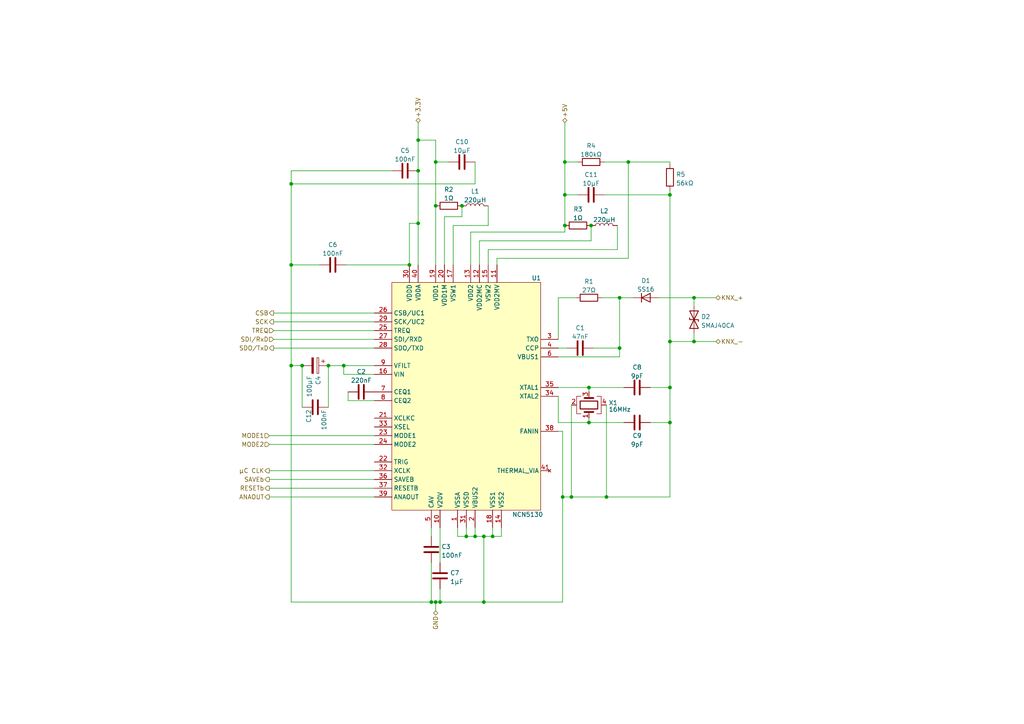
<source format=kicad_sch>
(kicad_sch (version 20211123) (generator eeschema)
  (paper "A4")
  (lib_symbols
    (symbol "Device:C" (pin_numbers hide) (pin_names (offset 0.254))
      (property "Reference" "C" (at 0.635 2.54 0))
      (property "Value" "C" (at 0.635 -2.54 0))
      (symbol "C_0_1"
        (polyline (pts (xy -2.032 -0.762) (xy 2.032 -0.762)) (stroke (width 0.508)))
        (polyline (pts (xy -2.032 0.762) (xy 2.032 0.762)) (stroke (width 0.508)))
      )
      (symbol "C_1_1"
        (pin passive line (at 0 3.81 270) (length 2.794) (name "~") (number "1"))
        (pin passive line (at 0 -3.81 90) (length 2.794) (name "~") (number "2"))
      )
    )
    (symbol "Device:C_Polarized" (pin_numbers hide) (pin_names (offset 0.254))
      (property "Reference" "C" (at 0.635 2.54 0))
      (property "Value" "C_Polarized" (at 0.635 -2.54 0))
      (symbol "C_Polarized_0_1"
        (rectangle (start -2.286 0.508) (end 2.286 1.016))
        (polyline (pts (xy -1.778 2.286) (xy -0.762 2.286)))
        (polyline (pts (xy -1.27 2.794) (xy -1.27 1.778)))
        (rectangle (start 2.286 -0.508) (end -2.286 -1.016) (fill (type outline)))
      )
      (symbol "C_Polarized_1_1"
        (pin passive line (at 0 3.81 270) (length 2.794) (name "~") (number "1"))
        (pin passive line (at 0 -3.81 90) (length 2.794) (name "~") (number "2"))
      )
    )
    (symbol "Device:Crystal_GND24" (pin_names (offset 1.016) hide)
      (property "Reference" "Y" (at 3.175 5.08 0))
      (property "Value" "Crystal_GND24" (at 3.175 3.175 0))
      (symbol "Crystal_GND24_0_1"
        (rectangle (start -1.143 2.54) (end 1.143 -2.54) (stroke (width 0.3048)))
        (polyline (pts (xy -2.54 0) (xy -2.032 0)))
        (polyline (pts (xy -2.032 -1.27) (xy -2.032 1.27)) (stroke (width 0.508)))
        (polyline (pts (xy 0 -3.81) (xy 0 -3.556)))
        (polyline (pts (xy 0 3.556) (xy 0 3.81)))
        (polyline (pts (xy 2.032 -1.27) (xy 2.032 1.27)) (stroke (width 0.508)))
        (polyline (pts (xy 2.032 0) (xy 2.54 0)))
        (polyline (pts (xy -2.54 -2.286) (xy -2.54 -3.556) (xy 2.54 -3.556) (xy 2.54 -2.286)))
        (polyline (pts (xy -2.54 2.286) (xy -2.54 3.556) (xy 2.54 3.556) (xy 2.54 2.286)))
      )
      (symbol "Crystal_GND24_1_1"
        (pin passive line (at -3.81 0 0) (length 1.27) (name "1") (number "1"))
        (pin passive line (at 0 5.08 270) (length 1.27) (name "2") (number "2"))
        (pin passive line (at 3.81 0 180) (length 1.27) (name "3") (number "3"))
        (pin passive line (at 0 -5.08 90) (length 1.27) (name "4") (number "4"))
      )
    )
    (symbol "Device:D" (pin_numbers hide) (pin_names (offset 1.016) hide)
      (property "Reference" "D" (at 0 2.54 0))
      (property "Value" "D" (at 0 -2.54 0))
      (symbol "D_0_1"
        (polyline (pts (xy -1.27 1.27) (xy -1.27 -1.27)) (stroke (width 0.254)))
        (polyline (pts (xy 1.27 0) (xy -1.27 0)))
        (polyline (pts (xy 1.27 1.27) (xy 1.27 -1.27) (xy -1.27 0) (xy 1.27 1.27)) (stroke (width 0.254)))
      )
      (symbol "D_1_1"
        (pin passive line (at -3.81 0 0) (length 2.54) (name "K") (number "1"))
        (pin passive line (at 3.81 0 180) (length 2.54) (name "A") (number "2"))
      )
    )
    (symbol "Device:D_TVS" (pin_numbers hide) (pin_names (offset 1.016) hide)
      (property "Reference" "D" (at 0 2.54 0))
      (property "Value" "D_TVS" (at 0 -2.54 0))
      (symbol "D_TVS_0_1"
        (polyline (pts (xy 1.27 0) (xy -1.27 0)))
        (polyline (pts (xy 0.508 1.27) (xy 0 1.27) (xy 0 -1.27) (xy -0.508 -1.27)) (stroke (width 0.254)))
        (polyline (pts (xy -2.54 1.27) (xy -2.54 -1.27) (xy 2.54 1.27) (xy 2.54 -1.27) (xy -2.54 1.27)) (stroke (width 0.254)))
      )
      (symbol "D_TVS_1_1"
        (pin passive line (at -3.81 0 0) (length 2.54) (name "A1") (number "1"))
        (pin passive line (at 3.81 0 180) (length 2.54) (name "A2") (number "2"))
      )
    )
    (symbol "Device:L" (pin_numbers hide) (pin_names (offset 1.016) hide)
      (property "Reference" "L" (at -1.27 0 90))
      (property "Value" "L" (at 1.905 0 90))
      (symbol "L_0_1"
        (arc (start 0 -2.54) (mid 0.635 -1.905) (end 0 -1.27))
        (arc (start 0 -1.27) (mid 0.635 -0.635) (end 0 0))
        (arc (start 0 0) (mid 0.635 0.635) (end 0 1.27))
        (arc (start 0 1.27) (mid 0.635 1.905) (end 0 2.54))
      )
      (symbol "L_1_1"
        (pin passive line (at 0 3.81 270) (length 1.27) (name "1") (number "1"))
        (pin passive line (at 0 -3.81 90) (length 1.27) (name "2") (number "2"))
      )
    )
    (symbol "Device:R" (pin_numbers hide) (pin_names (offset 0))
      (property "Reference" "R" (at 2.032 0 90))
      (property "Value" "R" (at 0 0 90))
      (symbol "R_0_1"
        (rectangle (start -1.016 -2.54) (end 1.016 2.54) (stroke (width 0.254)))
      )
      (symbol "R_1_1"
        (pin passive line (at 0 3.81 270) (length 1.27) (name "~") (number "1"))
        (pin passive line (at 0 -3.81 90) (length 1.27) (name "~") (number "2"))
      )
    )
    (symbol "Interface_KNX:NCN5121"
      (property "Reference" "U1" (at 20.32 38.1 0))
      (property "Value" "NCN5121" (at 17.78 -30.48 0))
      (symbol "NCN5121_0_1"
        (rectangle (start -21.59 36.83) (end 21.59 -29.21) (stroke (width 0.1524)) (fill (type background)))
      )
      (symbol "NCN5121_1_0"
        (pin power_in line (at -2.54 -34.29 90) (length 5.08) (name "VSSA") (number "1"))
        (pin power_in line (at -7.62 -34.29 90) (length 5.08) (name "V20V") (number "10"))
        (pin input line (at 8.89 41.91 270) (length 5.08) (name "VDD2MV") (number "11"))
        (pin input line (at 3.81 41.91 270) (length 5.08) (name "VDD2MC") (number "12"))
        (pin input line (at 1.27 41.91 270) (length 5.08) (name "VDD2") (number "13"))
        (pin power_in line (at 10.16 -34.29 90) (length 5.08) (name "VSS2") (number "14"))
        (pin output line (at 6.35 41.91 270) (length 5.08) (name "VSW2") (number "15"))
        (pin power_in line (at -26.67 10.16 0) (length 5.08) (name "VIN") (number "16"))
        (pin output line (at -3.81 41.91 270) (length 5.08) (name "VSW1") (number "17"))
        (pin power_in line (at 7.62 -34.29 90) (length 5.08) (name "VSS1") (number "18"))
        (pin input line (at -8.89 41.91 270) (length 5.08) (name "VDD1") (number "19"))
        (pin power_in line (at 2.54 -34.29 90) (length 5.08) (name "VBUS2") (number "2"))
        (pin input line (at -6.35 41.91 270) (length 5.08) (name "VDD1M") (number "20"))
        (pin input line (at -26.67 -2.54 0) (length 5.08) (name "XCLKC") (number "21"))
        (pin output line (at -26.67 -15.24 0) (length 5.08) (name "TRIG") (number "22"))
        (pin input line (at -26.67 -7.62 0) (length 5.08) (name "MODE1") (number "23"))
        (pin input line (at -26.67 -10.16 0) (length 5.08) (name "MODE2") (number "24"))
        (pin input line (at -26.67 22.86 0) (length 5.08) (name "TREQ") (number "25"))
        (pin bidirectional line (at -26.67 27.94 0) (length 5.08) (name "CSB/UC1") (number "26"))
        (pin input line (at -26.67 20.32 0) (length 5.08) (name "SDI/RXD") (number "27"))
        (pin output line (at -26.67 17.78 0) (length 5.08) (name "SDO/TXD") (number "28"))
        (pin bidirectional line (at -26.67 25.4 0) (length 5.08) (name "SCK/UC2") (number "29"))
        (pin output line (at 26.67 20.32 180) (length 5.08) (name "TXO") (number "3"))
        (pin power_in line (at -16.51 41.91 270) (length 5.08) (name "VDDD") (number "30"))
        (pin power_in line (at 0 -34.29 90) (length 5.08) (name "VSSD") (number "31"))
        (pin output line (at -26.67 -17.78 0) (length 5.08) (name "XCLK") (number "32"))
        (pin input line (at -26.67 -5.08 0) (length 5.08) (name "XSEL") (number "33"))
        (pin bidirectional line (at 26.67 3.81 180) (length 5.08) (name "XTAL2") (number "34"))
        (pin input line (at 26.67 6.35 180) (length 5.08) (name "XTAL1") (number "35"))
        (pin output line (at -26.67 -20.32 0) (length 5.08) (name "SAVEB") (number "36"))
        (pin output line (at -26.67 -22.86 0) (length 5.08) (name "RESETB") (number "37"))
        (pin input line (at 26.67 -6.35 180) (length 5.08) (name "FANIN") (number "38"))
        (pin output line (at -26.67 -25.4 0) (length 5.08) (name "ANAOUT") (number "39"))
        (pin bidirectional line (at 26.67 17.78 180) (length 5.08) (name "CCP") (number "4"))
        (pin power_in line (at -13.97 41.91 270) (length 5.08) (name "VDDA") (number "40"))
        (pin power_in line (at -10.16 -34.29 90) (length 5.08) (name "CAV") (number "5"))
        (pin power_in line (at 26.67 15.24 180) (length 5.08) (name "VBUS1") (number "6"))
        (pin bidirectional line (at -26.67 5.08 0) (length 5.08) (name "CEQ1") (number "7"))
        (pin bidirectional line (at -26.67 2.54 0) (length 5.08) (name "CEQ2") (number "8"))
        (pin power_in line (at -26.67 12.7 0) (length 5.08) (name "VFILT") (number "9"))
      )
      (symbol "NCN5121_1_1"
        (pin no_connect line (at 24.13 -17.78 180) (length 2.54) (name "THERMAL_VIA") (number "41"))
      )
    )
  )
  (junction (at 125.095 174.625))
  (junction (at 140.335 174.625))
  (junction (at 121.285 49.53))
  (junction (at 121.285 40.64))
  (junction (at 87.63 106.045))
  (junction (at 171.45 65.405))
  (junction (at 179.705 100.965))
  (junction (at 137.795 155.575))
  (junction (at 194.31 99.06))
  (junction (at 95.25 106.045))
  (junction (at 201.295 99.06))
  (junction (at 163.195 144.145))
  (junction (at 194.31 122.555))
  (junction (at 126.365 46.99))
  (junction (at 121.285 64.77))
  (junction (at 170.815 112.395))
  (junction (at 133.985 59.69))
  (junction (at 135.255 155.575))
  (junction (at 163.83 65.405))
  (junction (at 140.335 155.575))
  (junction (at 163.83 56.515))
  (junction (at 194.31 56.515))
  (junction (at 179.705 86.36))
  (junction (at 99.695 106.045))
  (junction (at 182.245 46.99))
  (junction (at 163.83 46.99))
  (junction (at 165.735 144.145))
  (junction (at 142.875 155.575))
  (junction (at 201.295 86.36))
  (junction (at 126.365 174.625))
  (junction (at 127.635 174.625))
  (junction (at 84.455 53.34))
  (junction (at 84.455 106.045))
  (junction (at 175.895 144.145))
  (junction (at 194.31 112.395))
  (junction (at 126.365 59.69))
  (junction (at 170.815 122.555))
  (junction (at 84.455 76.835))
  (junction (at 118.745 76.835))
  (wire (pts (xy 99.695 106.045) (xy 99.695 108.585)))
  (wire (pts (xy 194.31 112.395) (xy 194.31 122.555)))
  (wire (pts (xy 165.735 144.145) (xy 163.195 144.145)))
  (wire (pts (xy 127.635 174.625) (xy 126.365 174.625)))
  (wire (pts (xy 141.605 72.39) (xy 141.605 76.835)))
  (wire (pts (xy 125.095 174.625) (xy 126.365 174.625)))
  (wire (pts (xy 161.925 86.36) (xy 167.005 86.36)))
  (wire (pts (xy 136.525 76.835) (xy 136.525 67.31)))
  (wire (pts (xy 161.925 100.965) (xy 164.465 100.965)))
  (wire (pts (xy 145.415 153.035) (xy 145.415 155.575)))
  (wire (pts (xy 125.095 153.035) (xy 125.095 155.575)))
  (wire (pts (xy 183.515 86.36) (xy 179.705 86.36)))
  (wire (pts (xy 161.925 103.505) (xy 179.705 103.505)))
  (wire (pts (xy 170.815 113.665) (xy 170.815 112.395)))
  (wire (pts (xy 108.585 116.205) (xy 100.965 116.205)))
  (wire (pts (xy 179.07 72.39) (xy 141.605 72.39)))
  (wire (pts (xy 108.585 106.045) (xy 99.695 106.045)))
  (wire (pts (xy 163.83 46.99) (xy 167.64 46.99)))
  (wire (pts (xy 191.135 86.36) (xy 201.295 86.36)))
  (wire (pts (xy 140.335 155.575) (xy 142.875 155.575)))
  (wire (pts (xy 140.335 155.575) (xy 140.335 174.625)))
  (wire (pts (xy 163.83 65.405) (xy 163.83 56.515)))
  (wire (pts (xy 137.795 53.34) (xy 84.455 53.34)))
  (wire (pts (xy 126.365 177.165) (xy 126.365 174.625)))
  (wire (pts (xy 194.31 55.245) (xy 194.31 56.515)))
  (wire (pts (xy 201.295 99.06) (xy 207.645 99.06)))
  (wire (pts (xy 133.985 59.69) (xy 133.985 62.865)))
  (wire (pts (xy 78.105 136.525) (xy 108.585 136.525)))
  (wire (pts (xy 84.455 174.625) (xy 125.095 174.625)))
  (wire (pts (xy 84.455 49.53) (xy 84.455 53.34)))
  (wire (pts (xy 142.875 153.035) (xy 142.875 155.575)))
  (wire (pts (xy 182.245 74.93) (xy 144.145 74.93)))
  (wire (pts (xy 126.365 46.99) (xy 126.365 40.64)))
  (wire (pts (xy 171.45 69.85) (xy 139.065 69.85)))
  (wire (pts (xy 163.195 144.145) (xy 163.195 174.625)))
  (wire (pts (xy 95.25 106.045) (xy 95.25 118.11)))
  (wire (pts (xy 127.635 153.035) (xy 127.635 163.195)))
  (wire (pts (xy 170.815 122.555) (xy 180.975 122.555)))
  (wire (pts (xy 175.26 56.515) (xy 194.31 56.515)))
  (wire (pts (xy 113.665 49.53) (xy 84.455 49.53)))
  (wire (pts (xy 175.895 144.145) (xy 165.735 144.145)))
  (wire (pts (xy 139.065 69.85) (xy 139.065 76.835)))
  (wire (pts (xy 100.33 76.835) (xy 118.745 76.835)))
  (wire (pts (xy 179.705 100.965) (xy 179.705 103.505)))
  (wire (pts (xy 79.375 90.805) (xy 108.585 90.805)))
  (wire (pts (xy 137.795 153.035) (xy 137.795 155.575)))
  (wire (pts (xy 78.105 144.145) (xy 108.585 144.145)))
  (wire (pts (xy 201.295 86.36) (xy 207.645 86.36)))
  (wire (pts (xy 201.295 86.36) (xy 201.295 88.9)))
  (wire (pts (xy 128.905 62.865) (xy 128.905 76.835)))
  (wire (pts (xy 179.07 65.405) (xy 179.07 72.39)))
  (wire (pts (xy 163.83 35.56) (xy 163.83 46.99)))
  (wire (pts (xy 171.45 65.405) (xy 171.45 69.85)))
  (wire (pts (xy 194.31 46.99) (xy 194.31 47.625)))
  (wire (pts (xy 163.195 125.095) (xy 161.925 125.095)))
  (wire (pts (xy 84.455 76.835) (xy 84.455 106.045)))
  (wire (pts (xy 121.285 64.77) (xy 121.285 76.835)))
  (wire (pts (xy 99.695 108.585) (xy 108.585 108.585)))
  (wire (pts (xy 79.375 100.965) (xy 108.585 100.965)))
  (wire (pts (xy 194.31 99.06) (xy 201.295 99.06)))
  (wire (pts (xy 194.31 122.555) (xy 194.31 144.145)))
  (wire (pts (xy 175.895 117.475) (xy 175.895 144.145)))
  (wire (pts (xy 84.455 106.045) (xy 84.455 174.625)))
  (wire (pts (xy 188.595 122.555) (xy 194.31 122.555)))
  (wire (pts (xy 126.365 40.64) (xy 121.285 40.64)))
  (wire (pts (xy 163.195 174.625) (xy 140.335 174.625)))
  (wire (pts (xy 118.745 76.835) (xy 118.745 64.77)))
  (wire (pts (xy 84.455 106.045) (xy 87.63 106.045)))
  (wire (pts (xy 95.25 106.045) (xy 99.695 106.045)))
  (wire (pts (xy 121.285 40.64) (xy 121.285 49.53)))
  (wire (pts (xy 201.295 96.52) (xy 201.295 99.06)))
  (wire (pts (xy 133.985 62.865) (xy 128.905 62.865)))
  (wire (pts (xy 194.31 99.06) (xy 194.31 112.395)))
  (wire (pts (xy 79.375 93.345) (xy 108.585 93.345)))
  (wire (pts (xy 194.31 144.145) (xy 175.895 144.145)))
  (wire (pts (xy 79.375 95.885) (xy 108.585 95.885)))
  (wire (pts (xy 170.815 122.555) (xy 170.815 121.285)))
  (wire (pts (xy 78.105 128.905) (xy 108.585 128.905)))
  (wire (pts (xy 78.105 139.065) (xy 108.585 139.065)))
  (wire (pts (xy 140.335 174.625) (xy 127.635 174.625)))
  (wire (pts (xy 144.145 74.93) (xy 144.145 76.835)))
  (wire (pts (xy 100.965 116.205) (xy 100.965 113.665)))
  (wire (pts (xy 163.83 56.515) (xy 167.64 56.515)))
  (wire (pts (xy 126.365 46.99) (xy 130.175 46.99)))
  (wire (pts (xy 84.455 53.34) (xy 84.455 76.835)))
  (wire (pts (xy 163.83 56.515) (xy 163.83 46.99)))
  (wire (pts (xy 137.795 46.99) (xy 137.795 53.34)))
  (wire (pts (xy 165.735 117.475) (xy 165.735 144.145)))
  (wire (pts (xy 161.925 86.36) (xy 161.925 98.425)))
  (wire (pts (xy 140.335 155.575) (xy 137.795 155.575)))
  (wire (pts (xy 137.795 155.575) (xy 135.255 155.575)))
  (wire (pts (xy 127.635 170.815) (xy 127.635 174.625)))
  (wire (pts (xy 161.925 122.555) (xy 170.815 122.555)))
  (wire (pts (xy 161.925 114.935) (xy 161.925 122.555)))
  (wire (pts (xy 121.285 49.53) (xy 121.285 64.77)))
  (wire (pts (xy 126.365 46.99) (xy 126.365 59.69)))
  (wire (pts (xy 188.595 112.395) (xy 194.31 112.395)))
  (wire (pts (xy 78.105 126.365) (xy 108.585 126.365)))
  (wire (pts (xy 132.715 155.575) (xy 132.715 153.035)))
  (wire (pts (xy 118.745 64.77) (xy 121.285 64.77)))
  (wire (pts (xy 174.625 86.36) (xy 179.705 86.36)))
  (wire (pts (xy 182.245 46.99) (xy 194.31 46.99)))
  (wire (pts (xy 126.365 59.69) (xy 126.365 76.835)))
  (wire (pts (xy 142.875 155.575) (xy 145.415 155.575)))
  (wire (pts (xy 163.195 125.095) (xy 163.195 144.145)))
  (wire (pts (xy 121.285 35.56) (xy 121.285 40.64)))
  (wire (pts (xy 170.815 112.395) (xy 180.975 112.395)))
  (wire (pts (xy 87.63 106.045) (xy 87.63 118.11)))
  (wire (pts (xy 92.71 76.835) (xy 84.455 76.835)))
  (wire (pts (xy 79.375 98.425) (xy 108.585 98.425)))
  (wire (pts (xy 131.445 65.405) (xy 141.605 65.405)))
  (wire (pts (xy 175.26 46.99) (xy 182.245 46.99)))
  (wire (pts (xy 136.525 67.31) (xy 163.83 67.31)))
  (wire (pts (xy 131.445 76.835) (xy 131.445 65.405)))
  (wire (pts (xy 125.095 163.195) (xy 125.095 174.625)))
  (wire (pts (xy 141.605 65.405) (xy 141.605 59.69)))
  (wire (pts (xy 135.255 155.575) (xy 132.715 155.575)))
  (wire (pts (xy 172.085 100.965) (xy 179.705 100.965)))
  (wire (pts (xy 182.245 46.99) (xy 182.245 74.93)))
  (wire (pts (xy 194.31 56.515) (xy 194.31 99.06)))
  (wire (pts (xy 163.83 67.31) (xy 163.83 65.405)))
  (wire (pts (xy 179.705 86.36) (xy 179.705 100.965)))
  (wire (pts (xy 161.925 112.395) (xy 170.815 112.395)))
  (wire (pts (xy 135.255 153.035) (xy 135.255 155.575)))
  (wire (pts (xy 78.105 141.605) (xy 108.585 141.605)))
  (hierarchical_label "GND" (shape bidirectional) (at 126.365 177.165 270))
  (hierarchical_label "SDO{slash}TxD" (shape output) (at 79.375 100.965 180))
  (hierarchical_label "+3.3V" (shape bidirectional) (at 121.285 35.56 90))
  (hierarchical_label "MODE1" (shape input) (at 78.105 126.365 180))
  (hierarchical_label "KNX_-" (shape bidirectional) (at 207.645 99.06 0))
  (hierarchical_label "SAVEb" (shape output) (at 78.105 139.065 180))
  (hierarchical_label "CSB" (shape output) (at 79.375 90.805 180))
  (hierarchical_label "SDI{slash}RxD" (shape input) (at 79.375 98.425 180))
  (hierarchical_label "KNX_+" (shape bidirectional) (at 207.645 86.36 0))
  (hierarchical_label "µC CLK" (shape output) (at 78.105 136.525 180))
  (hierarchical_label "TREQ" (shape input) (at 79.375 95.885 180))
  (hierarchical_label "ANAOUT" (shape output) (at 78.105 144.145 180))
  (hierarchical_label "SCK" (shape output) (at 79.375 93.345 180))
  (hierarchical_label "MODE2" (shape input) (at 78.105 128.905 180))
  (hierarchical_label "RESETb" (shape output) (at 78.105 141.605 180))
  (hierarchical_label "+5V" (shape bidirectional) (at 163.83 35.56 90))
  (symbol (lib_id "Device:R") (at 170.815 86.36 90) (unit 1)
    (property "Reference" "R1" (at 170.815 81.6442 90))
    (property "Value" "27Ω" (at 170.815 84.1811 90))
    (property "Footprint" "Resistor_SMD:R_0603_1608Metric" (effects hide))
    (property "JLCPCB" "C25190" (effects hide))
    (property "Model" "0603WAF270JT5E" (effects hide))
  )
  (symbol (lib_id "Device:C") (at 117.475 49.53 90) (unit 1)
    (property "Reference" "C5" (at 117.475 43.6712 90))
    (property "Value" "100nF" (at 117.475 46.2081 90))
    (property "Footprint" "Capacitor_SMD:C_0402_1005Metric" (effects hide))
    (property "Material" "Ceramic" (effects hide))
    (property "Voltage" "6.3V" (effects hide))
    (property "JLCPCB" "C1525" (effects hide))
    (property "Model" "CL05B104KO5NNNC" (effects hide))
  )
  (symbol (lib_id "Device:C_Polarized") (at 91.44 106.045 270) (unit 1)
    (property "Reference" "C4" (at 92.2747 108.966 0) (effects (justify left)))
    (property "Value" "100μF" (at 89.7378 108.966 0) (effects (justify left)))
    (property "Footprint" "Capacitor_SMD:CP_Elec_6.3x5.7" (effects hide))
    (property "Voltage" "35V" (effects hide))
    (property "JLCPCB" "C249982" (effects hide))
    (property "Model" "VZT101M1VTR-0606" (effects hide))
  )
  (symbol (lib_id "Device:Crystal_GND24") (at 170.815 117.475 90) (unit 1)
    (property "Reference" "X1" (at 176.53 116.84 90) (effects (justify right)))
    (property "Value" "16MHz" (at 176.53 118.745 90) (effects (justify right)))
    (property "Footprint" "Crystal:Crystal_SMD_3225-4Pin_3.2x2.5mm" (effects hide))
    (property "Comments" "16MHz - choose C8 and C9 according to X1 datasheet" (effects hide))
    (property "JLCPCB" "C13738" (effects hide))
    (property "Model" "X322516MLB4SI" (effects hide))
  )
  (symbol (lib_id "Device:L") (at 175.26 65.405 90) (unit 1)
    (property "Reference" "L2" (at 175.26 61.1972 90))
    (property "Value" "220µH" (at 175.26 63.7341 90))
    (property "Footprint" "Inductor_SMD:L_1812_4532Metric" (effects hide))
    (property "JLCPCB" "C86700" (effects hide))
    (property "Model" "NL453232T-221J-PF" (effects hide))
  )
  (symbol (lib_id "Device:L") (at 137.795 59.69 90) (unit 1)
    (property "Reference" "L1" (at 137.795 55.4822 90))
    (property "Value" "220µH" (at 137.795 58.0191 90))
    (property "Footprint" "Inductor_SMD:L_1812_4532Metric" (effects hide))
    (property "JLCPCB" "C86700" (effects hide))
    (property "Model" "NL453232T-221J-PF" (effects hide))
  )
  (symbol (lib_id "Device:C") (at 127.635 167.005 0) (unit 1)
    (property "Reference" "C7" (at 130.556 166.1703 0) (effects (justify left)))
    (property "Value" "1µF" (at 130.556 168.7072 0) (effects (justify left)))
    (property "Footprint" "Capacitor_SMD:C_0603_1608Metric" (effects hide))
    (property "Comments" "ESR<2Ω" (effects hide))
    (property "Material" "Ceramic" (effects hide))
    (property "Voltage" "35V" (effects hide))
    (property "JLCPCB" "C15849" (effects hide))
    (property "Model" "CL10A105KB8NNNC" (effects hide))
  )
  (symbol (lib_id "Device:R") (at 167.64 65.405 90) (unit 1)
    (property "Reference" "R3" (at 167.64 60.6892 90))
    (property "Value" "1Ω" (at 167.64 63.2261 90))
    (property "Footprint" "Resistor_SMD:R_0402_1005Metric" (effects hide))
    (property "JLCPCB" "C25086" (effects hide))
    (property "Model" "0402WGF100KTCE" (effects hide))
  )
  (symbol (lib_id "Device:C") (at 125.095 159.385 0) (mirror y) (unit 1)
    (property "Reference" "C3" (at 128.016 158.5503 0) (effects (justify right)))
    (property "Value" "100nF" (at 128.016 161.0872 0) (effects (justify right)))
    (property "Footprint" "Capacitor_SMD:C_0603_1608Metric" (effects hide))
    (property "Material" "Ceramic" (effects hide))
    (property "Voltage" "50V" (effects hide))
    (property "JLCPCB" "C14663" (effects hide))
    (property "Model" "CC0603KRX7R9BB104" (effects hide))
  )
  (symbol (lib_id "Device:D") (at 187.325 86.36 0) (unit 1)
    (property "Reference" "D1" (at 187.325 81.3902 0))
    (property "Value" "SS16" (at 187.325 83.9271 0))
    (property "Footprint" "Diode_SMD:D_SMA" (effects hide))
    (property "JLCPCB" "C2481" (effects hide))
    (property "Model" "SS16" (effects hide))
  )
  (symbol (lib_id "Device:R") (at 130.175 59.69 90) (unit 1)
    (property "Reference" "R2" (at 130.175 54.9742 90))
    (property "Value" "1Ω" (at 130.175 57.5111 90))
    (property "Footprint" "Resistor_SMD:R_0402_1005Metric" (effects hide))
    (property "JLCPCB" "C25086" (effects hide))
    (property "Model" "0402WGF100KTCE" (effects hide))
  )
  (symbol (lib_id "Device:C") (at 96.52 76.835 90) (unit 1)
    (property "Reference" "C6" (at 96.52 70.9762 90))
    (property "Value" "100nF" (at 96.52 73.5131 90))
    (property "Footprint" "Capacitor_SMD:C_0402_1005Metric" (effects hide))
    (property "Material" "Ceramic" (effects hide))
    (property "Voltage" "6.3V" (effects hide))
    (property "JLCPCB" "C1525" (effects hide))
    (property "Model" "CL05B104KO5NNNC" (effects hide))
  )
  (symbol (lib_id "Device:R") (at 171.45 46.99 90) (unit 1)
    (property "Reference" "R4" (at 171.45 42.2742 90))
    (property "Value" "180kΩ" (at 171.45 44.8111 90))
    (property "Footprint" "Resistor_SMD:R_0603_1608Metric" (effects hide))
    (property "JLCPCB" "C22827" (effects hide))
    (property "Model" "0603WAF1803T5E" (effects hide))
    (property "Comments" "regulates 2nd DC-DC output" (effects hide))
  )
  (symbol (lib_id "Device:C") (at 168.275 100.965 90) (unit 1)
    (property "Reference" "C1" (at 168.275 95.1062 90))
    (property "Value" "47nF" (at 168.275 97.6431 90))
    (property "Footprint" "Capacitor_SMD:C_0603_1608Metric" (effects hide))
    (property "Voltage" "50V" (effects hide))
    (property "Material" "Ceramic" (effects hide))
    (property "JLCPCB" "C1622" (effects hide))
    (property "Model" "CL10B473KB8NNNC" (effects hide))
  )
  (symbol (lib_id "Device:C") (at 104.775 113.665 90) (unit 1)
    (property "Reference" "C2" (at 104.775 107.8062 90))
    (property "Value" "220nF" (at 104.775 110.3431 90))
    (property "Footprint" "Capacitor_SMD:C_0402_1005Metric" (effects hide))
    (property "Material" "Ceramic" (effects hide))
    (property "Voltage" "50V" (effects hide))
    (property "JLCPCB" "C1532" (effects hide))
    (property "Model" "0402B223K500NT" (effects hide))
  )
  (symbol (lib_id "Device:D_TVS") (at 201.295 92.71 90) (unit 1)
    (property "Reference" "D2" (at 203.327 91.8753 90) (effects (justify right)))
    (property "Value" "SMAJ40CA" (at 203.327 94.4122 90) (effects (justify right)))
    (property "Footprint" "Diode_SMD:D_SMA" (effects hide))
    (property "JLCPCB" "C223989" (effects hide))
    (property "Model" "SMAJ40CA" (effects hide))
  )
  (symbol (lib_id "Device:C") (at 133.985 46.99 90) (unit 1)
    (property "Reference" "C10" (at 133.985 41.1312 90))
    (property "Value" "10µF" (at 133.985 43.6681 90))
    (property "Footprint" "Capacitor_SMD:C_0402_1005Metric" (effects hide))
    (property "Comments" "ESR<0.1Ω" (effects hide))
    (property "Material" "Ceramic" (effects hide))
    (property "Voltage" "6.3V" (effects hide))
    (property "JLCPCB" "C15525" (effects hide))
    (property "Model" "CL05A106MQ5NUNC" (effects hide))
  )
  (symbol (lib_id "Device:C") (at 184.785 112.395 90) (unit 1)
    (property "Reference" "C8" (at 184.785 106.5362 90))
    (property "Value" "9pF" (at 184.785 109.0731 90))
    (property "Footprint" "Capacitor_SMD:C_0402_1005Metric" (effects hide))
    (property "Material" "Ceramic" (effects hide))
    (property "Voltage" "6.3V" (effects hide))
    (property "Comments" "depends on X1" (effects hide))
    (property "JLCPCB" "C696893" (effects hide))
    (property "Model" "TCC0402COG9R0D500AT" (effects hide))
  )
  (symbol (lib_id "Interface_KNX:NCN5121") (at 135.255 118.745 0) (unit 1)
    (property "Reference" "U1" (at 155.575 80.645 0))
    (property "Value" "NCN5130" (at 153.035 149.225 0))
    (property "Footprint" "Package_DFN_QFN:QFN-40-1EP_6x6mm_P0.5mm_EP4.6x4.6mm_ThermalVias" (effects hide))
    (property "Datasheet" "https://www.onsemi.com/pdf/datasheet/ncn5121-d.pdf" (effects hide))
    (property "JLCPCB" "C513000" (effects hide))
    (property "Model" "NCN5121MNTWG" (effects hide))
  )
  (symbol (lib_id "Device:C") (at 171.45 56.515 90) (unit 1)
    (property "Reference" "C11" (at 171.45 50.6562 90))
    (property "Value" "10µF" (at 171.45 53.1931 90))
    (property "Footprint" "Capacitor_SMD:C_0402_1005Metric" (effects hide))
    (property "Comments" "ESR<0.1Ω" (effects hide))
    (property "Material" "Ceramic" (effects hide))
    (property "Voltage" "6.3V" (effects hide))
    (property "JLCPCB" "C15525" (effects hide))
    (property "Model" "CL05A106MQ5NUNC" (effects hide))
  )
  (symbol (lib_id "Device:C") (at 184.785 122.555 90) (unit 1)
    (property "Reference" "C9" (at 184.785 126.365 90))
    (property "Value" "9pF" (at 184.785 128.9019 90))
    (property "Footprint" "Capacitor_SMD:C_0402_1005Metric" (effects hide))
    (property "Material" "Ceramic" (effects hide))
    (property "Voltage" "6.3V" (effects hide))
    (property "Comments" "depends on X1" (effects hide))
    (property "JLCPCB" "C696893" (effects hide))
    (property "Model" "TCC0402COG9R0D500AT" (effects hide))
  )
  (symbol (lib_id "Device:C") (at 91.44 118.11 90) (unit 1)
    (property "Reference" "C12" (at 89.535 118.745 0) (effects (justify right)))
    (property "Value" "100nF" (at 93.98 118.745 0) (effects (justify right)))
    (property "Footprint" "Capacitor_SMD:C_0603_1608Metric" (effects hide))
    (property "JLCPCB" "C14663" (effects hide))
    (property "Material" "Ceramic" (effects hide))
    (property "Model" "CC0603KRX7R9BB104" (effects hide))
    (property "Voltage" "50V" (effects hide))
  )
  (symbol (lib_id "Device:R") (at 194.31 51.435 0) (unit 1)
    (property "Reference" "R5" (at 196.088 50.6003 0) (effects (justify left)))
    (property "Value" "56kΩ" (at 196.088 53.1372 0) (effects (justify left)))
    (property "Footprint" "Resistor_SMD:R_0603_1608Metric" (effects hide))
    (property "JLCPCB" "C23206" (effects hide))
    (property "Model" "0603WAF5602T5E" (effects hide))
    (property "Comments" "regulates 2nd DC-DC output" (effects hide))
  )
)
</source>
